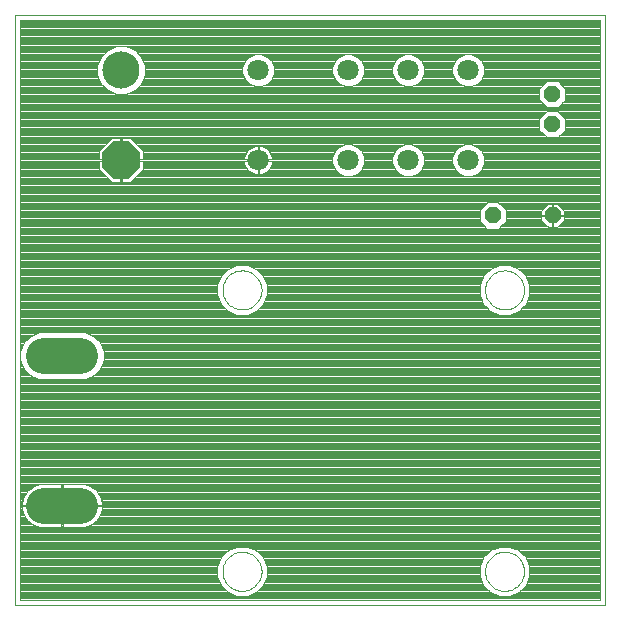
<source format=gbl>
G75*
G70*
%OFA0B0*%
%FSLAX24Y24*%
%IPPOS*%
%LPD*%
%AMOC8*
5,1,8,0,0,1.08239X$1,22.5*
%
%ADD10C,0.0000*%
%ADD11C,0.0709*%
%ADD12OC8,0.0520*%
%ADD13OC8,0.1240*%
%ADD14C,0.1240*%
%ADD15C,0.1210*%
%ADD16C,0.0039*%
D10*
X000121Y000504D02*
X000121Y020189D01*
X019806Y020189D01*
X019806Y000504D01*
X000121Y000504D01*
X007046Y001634D02*
X007048Y001684D01*
X007054Y001734D01*
X007064Y001784D01*
X007077Y001832D01*
X007094Y001880D01*
X007115Y001926D01*
X007139Y001970D01*
X007167Y002012D01*
X007198Y002052D01*
X007232Y002089D01*
X007269Y002124D01*
X007308Y002155D01*
X007349Y002184D01*
X007393Y002209D01*
X007439Y002231D01*
X007486Y002249D01*
X007534Y002263D01*
X007583Y002274D01*
X007633Y002281D01*
X007683Y002284D01*
X007734Y002283D01*
X007784Y002278D01*
X007834Y002269D01*
X007882Y002257D01*
X007930Y002240D01*
X007976Y002220D01*
X008021Y002197D01*
X008064Y002170D01*
X008104Y002140D01*
X008142Y002107D01*
X008177Y002071D01*
X008210Y002032D01*
X008239Y001991D01*
X008265Y001948D01*
X008288Y001903D01*
X008307Y001856D01*
X008322Y001808D01*
X008334Y001759D01*
X008342Y001709D01*
X008346Y001659D01*
X008346Y001609D01*
X008342Y001559D01*
X008334Y001509D01*
X008322Y001460D01*
X008307Y001412D01*
X008288Y001365D01*
X008265Y001320D01*
X008239Y001277D01*
X008210Y001236D01*
X008177Y001197D01*
X008142Y001161D01*
X008104Y001128D01*
X008064Y001098D01*
X008021Y001071D01*
X007976Y001048D01*
X007930Y001028D01*
X007882Y001011D01*
X007834Y000999D01*
X007784Y000990D01*
X007734Y000985D01*
X007683Y000984D01*
X007633Y000987D01*
X007583Y000994D01*
X007534Y001005D01*
X007486Y001019D01*
X007439Y001037D01*
X007393Y001059D01*
X007349Y001084D01*
X007308Y001113D01*
X007269Y001144D01*
X007232Y001179D01*
X007198Y001216D01*
X007167Y001256D01*
X007139Y001298D01*
X007115Y001342D01*
X007094Y001388D01*
X007077Y001436D01*
X007064Y001484D01*
X007054Y001534D01*
X007048Y001584D01*
X007046Y001634D01*
X015796Y001634D02*
X015798Y001684D01*
X015804Y001734D01*
X015814Y001784D01*
X015827Y001832D01*
X015844Y001880D01*
X015865Y001926D01*
X015889Y001970D01*
X015917Y002012D01*
X015948Y002052D01*
X015982Y002089D01*
X016019Y002124D01*
X016058Y002155D01*
X016099Y002184D01*
X016143Y002209D01*
X016189Y002231D01*
X016236Y002249D01*
X016284Y002263D01*
X016333Y002274D01*
X016383Y002281D01*
X016433Y002284D01*
X016484Y002283D01*
X016534Y002278D01*
X016584Y002269D01*
X016632Y002257D01*
X016680Y002240D01*
X016726Y002220D01*
X016771Y002197D01*
X016814Y002170D01*
X016854Y002140D01*
X016892Y002107D01*
X016927Y002071D01*
X016960Y002032D01*
X016989Y001991D01*
X017015Y001948D01*
X017038Y001903D01*
X017057Y001856D01*
X017072Y001808D01*
X017084Y001759D01*
X017092Y001709D01*
X017096Y001659D01*
X017096Y001609D01*
X017092Y001559D01*
X017084Y001509D01*
X017072Y001460D01*
X017057Y001412D01*
X017038Y001365D01*
X017015Y001320D01*
X016989Y001277D01*
X016960Y001236D01*
X016927Y001197D01*
X016892Y001161D01*
X016854Y001128D01*
X016814Y001098D01*
X016771Y001071D01*
X016726Y001048D01*
X016680Y001028D01*
X016632Y001011D01*
X016584Y000999D01*
X016534Y000990D01*
X016484Y000985D01*
X016433Y000984D01*
X016383Y000987D01*
X016333Y000994D01*
X016284Y001005D01*
X016236Y001019D01*
X016189Y001037D01*
X016143Y001059D01*
X016099Y001084D01*
X016058Y001113D01*
X016019Y001144D01*
X015982Y001179D01*
X015948Y001216D01*
X015917Y001256D01*
X015889Y001298D01*
X015865Y001342D01*
X015844Y001388D01*
X015827Y001436D01*
X015814Y001484D01*
X015804Y001534D01*
X015798Y001584D01*
X015796Y001634D01*
X015796Y011014D02*
X015798Y011064D01*
X015804Y011114D01*
X015814Y011164D01*
X015827Y011212D01*
X015844Y011260D01*
X015865Y011306D01*
X015889Y011350D01*
X015917Y011392D01*
X015948Y011432D01*
X015982Y011469D01*
X016019Y011504D01*
X016058Y011535D01*
X016099Y011564D01*
X016143Y011589D01*
X016189Y011611D01*
X016236Y011629D01*
X016284Y011643D01*
X016333Y011654D01*
X016383Y011661D01*
X016433Y011664D01*
X016484Y011663D01*
X016534Y011658D01*
X016584Y011649D01*
X016632Y011637D01*
X016680Y011620D01*
X016726Y011600D01*
X016771Y011577D01*
X016814Y011550D01*
X016854Y011520D01*
X016892Y011487D01*
X016927Y011451D01*
X016960Y011412D01*
X016989Y011371D01*
X017015Y011328D01*
X017038Y011283D01*
X017057Y011236D01*
X017072Y011188D01*
X017084Y011139D01*
X017092Y011089D01*
X017096Y011039D01*
X017096Y010989D01*
X017092Y010939D01*
X017084Y010889D01*
X017072Y010840D01*
X017057Y010792D01*
X017038Y010745D01*
X017015Y010700D01*
X016989Y010657D01*
X016960Y010616D01*
X016927Y010577D01*
X016892Y010541D01*
X016854Y010508D01*
X016814Y010478D01*
X016771Y010451D01*
X016726Y010428D01*
X016680Y010408D01*
X016632Y010391D01*
X016584Y010379D01*
X016534Y010370D01*
X016484Y010365D01*
X016433Y010364D01*
X016383Y010367D01*
X016333Y010374D01*
X016284Y010385D01*
X016236Y010399D01*
X016189Y010417D01*
X016143Y010439D01*
X016099Y010464D01*
X016058Y010493D01*
X016019Y010524D01*
X015982Y010559D01*
X015948Y010596D01*
X015917Y010636D01*
X015889Y010678D01*
X015865Y010722D01*
X015844Y010768D01*
X015827Y010816D01*
X015814Y010864D01*
X015804Y010914D01*
X015798Y010964D01*
X015796Y011014D01*
X007046Y011014D02*
X007048Y011064D01*
X007054Y011114D01*
X007064Y011164D01*
X007077Y011212D01*
X007094Y011260D01*
X007115Y011306D01*
X007139Y011350D01*
X007167Y011392D01*
X007198Y011432D01*
X007232Y011469D01*
X007269Y011504D01*
X007308Y011535D01*
X007349Y011564D01*
X007393Y011589D01*
X007439Y011611D01*
X007486Y011629D01*
X007534Y011643D01*
X007583Y011654D01*
X007633Y011661D01*
X007683Y011664D01*
X007734Y011663D01*
X007784Y011658D01*
X007834Y011649D01*
X007882Y011637D01*
X007930Y011620D01*
X007976Y011600D01*
X008021Y011577D01*
X008064Y011550D01*
X008104Y011520D01*
X008142Y011487D01*
X008177Y011451D01*
X008210Y011412D01*
X008239Y011371D01*
X008265Y011328D01*
X008288Y011283D01*
X008307Y011236D01*
X008322Y011188D01*
X008334Y011139D01*
X008342Y011089D01*
X008346Y011039D01*
X008346Y010989D01*
X008342Y010939D01*
X008334Y010889D01*
X008322Y010840D01*
X008307Y010792D01*
X008288Y010745D01*
X008265Y010700D01*
X008239Y010657D01*
X008210Y010616D01*
X008177Y010577D01*
X008142Y010541D01*
X008104Y010508D01*
X008064Y010478D01*
X008021Y010451D01*
X007976Y010428D01*
X007930Y010408D01*
X007882Y010391D01*
X007834Y010379D01*
X007784Y010370D01*
X007734Y010365D01*
X007683Y010364D01*
X007633Y010367D01*
X007583Y010374D01*
X007534Y010385D01*
X007486Y010399D01*
X007439Y010417D01*
X007393Y010439D01*
X007349Y010464D01*
X007308Y010493D01*
X007269Y010524D01*
X007232Y010559D01*
X007198Y010596D01*
X007167Y010636D01*
X007139Y010678D01*
X007115Y010722D01*
X007094Y010768D01*
X007077Y010816D01*
X007064Y010864D01*
X007054Y010914D01*
X007048Y010964D01*
X007046Y011014D01*
D11*
X008235Y015343D03*
X011235Y015343D03*
X013235Y015343D03*
X015235Y015343D03*
X015235Y018343D03*
X013235Y018343D03*
X011235Y018343D03*
X008235Y018343D03*
D12*
X016050Y013496D03*
X018050Y013496D03*
X018034Y016539D03*
X018034Y017539D03*
D13*
X003664Y015343D03*
D14*
X003664Y018343D03*
D15*
X002301Y008824D02*
X001091Y008824D01*
X001091Y003824D02*
X002301Y003824D01*
D16*
X001716Y003840D02*
X019629Y003840D01*
X019629Y003802D02*
X003025Y003802D01*
X003025Y003804D02*
X001716Y003804D01*
X001716Y003844D01*
X003025Y003844D01*
X003025Y003871D01*
X003013Y003966D01*
X002988Y004057D01*
X002952Y004145D01*
X002905Y004227D01*
X002847Y004303D01*
X002780Y004370D01*
X002704Y004428D01*
X002622Y004475D01*
X002534Y004512D01*
X002442Y004536D01*
X002348Y004549D01*
X001715Y004549D01*
X001715Y003844D01*
X001676Y003844D01*
X001676Y004549D01*
X001043Y004549D01*
X000949Y004536D01*
X000857Y004512D01*
X000770Y004475D01*
X000687Y004428D01*
X000612Y004370D01*
X000545Y004303D01*
X000487Y004227D01*
X000439Y004145D01*
X000403Y004057D01*
X000378Y003966D01*
X000366Y003871D01*
X000366Y003844D01*
X001676Y003844D01*
X001676Y003804D01*
X001715Y003804D01*
X001715Y003099D01*
X002348Y003099D01*
X002442Y003112D01*
X002534Y003136D01*
X002622Y003173D01*
X002704Y003220D01*
X002780Y003278D01*
X002847Y003345D01*
X002905Y003420D01*
X002952Y003503D01*
X002988Y003590D01*
X003013Y003682D01*
X003025Y003776D01*
X003025Y003804D01*
X003024Y003764D02*
X019629Y003764D01*
X019629Y003727D02*
X003019Y003727D01*
X003014Y003689D02*
X019629Y003689D01*
X019629Y003651D02*
X003005Y003651D01*
X002994Y003613D02*
X019629Y003613D01*
X019629Y003575D02*
X002982Y003575D01*
X002966Y003537D02*
X019629Y003537D01*
X019629Y003499D02*
X002950Y003499D01*
X002928Y003461D02*
X019629Y003461D01*
X019629Y003423D02*
X002906Y003423D01*
X002878Y003385D02*
X019629Y003385D01*
X019629Y003347D02*
X002849Y003347D01*
X002811Y003310D02*
X019629Y003310D01*
X019629Y003272D02*
X002771Y003272D01*
X002722Y003234D02*
X019629Y003234D01*
X019629Y003196D02*
X002662Y003196D01*
X002586Y003158D02*
X019629Y003158D01*
X019629Y003120D02*
X002473Y003120D01*
X001715Y003120D02*
X001676Y003120D01*
X001676Y003099D02*
X001676Y003804D01*
X000366Y003804D01*
X000366Y003776D01*
X000378Y003682D01*
X000403Y003590D01*
X000439Y003503D01*
X000487Y003420D01*
X000545Y003345D01*
X000612Y003278D01*
X000687Y003220D01*
X000770Y003173D01*
X000857Y003136D01*
X000949Y003112D01*
X001043Y003099D01*
X001676Y003099D01*
X001676Y003158D02*
X001715Y003158D01*
X001715Y003196D02*
X001676Y003196D01*
X001676Y003234D02*
X001715Y003234D01*
X001715Y003272D02*
X001676Y003272D01*
X001676Y003310D02*
X001715Y003310D01*
X001715Y003347D02*
X001676Y003347D01*
X001676Y003385D02*
X001715Y003385D01*
X001715Y003423D02*
X001676Y003423D01*
X001676Y003461D02*
X001715Y003461D01*
X001715Y003499D02*
X001676Y003499D01*
X001676Y003537D02*
X001715Y003537D01*
X001715Y003575D02*
X001676Y003575D01*
X001676Y003613D02*
X001715Y003613D01*
X001715Y003651D02*
X001676Y003651D01*
X001676Y003689D02*
X001715Y003689D01*
X001715Y003727D02*
X001676Y003727D01*
X001676Y003764D02*
X001715Y003764D01*
X001715Y003802D02*
X001676Y003802D01*
X001676Y003840D02*
X000298Y003840D01*
X000298Y003802D02*
X000366Y003802D01*
X000368Y003764D02*
X000298Y003764D01*
X000298Y003727D02*
X000373Y003727D01*
X000378Y003689D02*
X000298Y003689D01*
X000298Y003651D02*
X000387Y003651D01*
X000397Y003613D02*
X000298Y003613D01*
X000298Y003575D02*
X000409Y003575D01*
X000425Y003537D02*
X000298Y003537D01*
X000298Y003499D02*
X000441Y003499D01*
X000463Y003461D02*
X000298Y003461D01*
X000298Y003423D02*
X000485Y003423D01*
X000514Y003385D02*
X000298Y003385D01*
X000298Y003347D02*
X000543Y003347D01*
X000580Y003310D02*
X000298Y003310D01*
X000298Y003272D02*
X000620Y003272D01*
X000669Y003234D02*
X000298Y003234D01*
X000298Y003196D02*
X000729Y003196D01*
X000805Y003158D02*
X000298Y003158D01*
X000298Y003120D02*
X000918Y003120D01*
X000298Y003082D02*
X019629Y003082D01*
X019629Y003044D02*
X000298Y003044D01*
X000298Y003006D02*
X019629Y003006D01*
X019629Y002968D02*
X000298Y002968D01*
X000298Y002930D02*
X019629Y002930D01*
X019629Y002892D02*
X000298Y002892D01*
X000298Y002855D02*
X019629Y002855D01*
X019629Y002817D02*
X000298Y002817D01*
X000298Y002779D02*
X019629Y002779D01*
X019629Y002741D02*
X000298Y002741D01*
X000298Y002703D02*
X019629Y002703D01*
X019629Y002665D02*
X000298Y002665D01*
X000298Y002627D02*
X019629Y002627D01*
X019629Y002589D02*
X000298Y002589D01*
X000298Y002551D02*
X019629Y002551D01*
X019629Y002513D02*
X000298Y002513D01*
X000298Y002475D02*
X019629Y002475D01*
X019629Y002438D02*
X016667Y002438D01*
X016610Y002461D02*
X016281Y002461D01*
X015977Y002335D01*
X015744Y002102D01*
X015619Y001798D01*
X015619Y001469D01*
X015744Y001165D01*
X015977Y000933D01*
X016281Y000807D01*
X016610Y000807D01*
X016914Y000933D01*
X017147Y001165D01*
X017273Y001469D01*
X017273Y001798D01*
X017147Y002102D01*
X016914Y002335D01*
X016610Y002461D01*
X016759Y002400D02*
X019629Y002400D01*
X019629Y002362D02*
X016850Y002362D01*
X016926Y002324D02*
X019629Y002324D01*
X019629Y002286D02*
X016964Y002286D01*
X017001Y002248D02*
X019629Y002248D01*
X019629Y002210D02*
X017039Y002210D01*
X017077Y002172D02*
X019629Y002172D01*
X019629Y002134D02*
X017115Y002134D01*
X017150Y002096D02*
X019629Y002096D01*
X019629Y002058D02*
X017165Y002058D01*
X017181Y002020D02*
X019629Y002020D01*
X019629Y001983D02*
X017197Y001983D01*
X017212Y001945D02*
X019629Y001945D01*
X019629Y001907D02*
X017228Y001907D01*
X017244Y001869D02*
X019629Y001869D01*
X019629Y001831D02*
X017259Y001831D01*
X017273Y001793D02*
X019629Y001793D01*
X019629Y001755D02*
X017273Y001755D01*
X017273Y001717D02*
X019629Y001717D01*
X019629Y001679D02*
X017273Y001679D01*
X017273Y001641D02*
X019629Y001641D01*
X019629Y001603D02*
X017273Y001603D01*
X017273Y001566D02*
X019629Y001566D01*
X019629Y001528D02*
X017273Y001528D01*
X017273Y001490D02*
X019629Y001490D01*
X019629Y001452D02*
X017266Y001452D01*
X017250Y001414D02*
X019629Y001414D01*
X019629Y001376D02*
X017234Y001376D01*
X017218Y001338D02*
X019629Y001338D01*
X019629Y001300D02*
X017203Y001300D01*
X017187Y001262D02*
X019629Y001262D01*
X019629Y001224D02*
X017171Y001224D01*
X017156Y001186D02*
X019629Y001186D01*
X019629Y001148D02*
X017130Y001148D01*
X017092Y001111D02*
X019629Y001111D01*
X019629Y001073D02*
X017054Y001073D01*
X017016Y001035D02*
X019629Y001035D01*
X019629Y000997D02*
X016978Y000997D01*
X016941Y000959D02*
X019629Y000959D01*
X019629Y000921D02*
X016886Y000921D01*
X016794Y000883D02*
X019629Y000883D01*
X019629Y000845D02*
X016703Y000845D01*
X016611Y000807D02*
X019629Y000807D01*
X019629Y000769D02*
X000298Y000769D01*
X000298Y000731D02*
X019629Y000731D01*
X019629Y000694D02*
X000298Y000694D01*
X000298Y000681D02*
X000298Y020012D01*
X019629Y020012D01*
X019629Y000681D01*
X000298Y000681D01*
X000298Y000807D02*
X007530Y000807D01*
X007531Y000807D02*
X007860Y000807D01*
X008164Y000933D01*
X008397Y001165D01*
X008523Y001469D01*
X008523Y001798D01*
X008397Y002102D01*
X008164Y002335D01*
X007860Y002461D01*
X007531Y002461D01*
X007227Y002335D01*
X006994Y002102D01*
X006869Y001798D01*
X006869Y001469D01*
X006994Y001165D01*
X007227Y000933D01*
X007531Y000807D01*
X007438Y000845D02*
X000298Y000845D01*
X000298Y000883D02*
X007347Y000883D01*
X007255Y000921D02*
X000298Y000921D01*
X000298Y000959D02*
X007201Y000959D01*
X007163Y000997D02*
X000298Y000997D01*
X000298Y001035D02*
X007125Y001035D01*
X007087Y001073D02*
X000298Y001073D01*
X000298Y001111D02*
X007049Y001111D01*
X007011Y001148D02*
X000298Y001148D01*
X000298Y001186D02*
X006986Y001186D01*
X006970Y001224D02*
X000298Y001224D01*
X000298Y001262D02*
X006954Y001262D01*
X006939Y001300D02*
X000298Y001300D01*
X000298Y001338D02*
X006923Y001338D01*
X006907Y001376D02*
X000298Y001376D01*
X000298Y001414D02*
X006892Y001414D01*
X006876Y001452D02*
X000298Y001452D01*
X000298Y001490D02*
X006869Y001490D01*
X006869Y001528D02*
X000298Y001528D01*
X000298Y001566D02*
X006869Y001566D01*
X006869Y001603D02*
X000298Y001603D01*
X000298Y001641D02*
X006869Y001641D01*
X006869Y001679D02*
X000298Y001679D01*
X000298Y001717D02*
X006869Y001717D01*
X006869Y001755D02*
X000298Y001755D01*
X000298Y001793D02*
X006869Y001793D01*
X006882Y001831D02*
X000298Y001831D01*
X000298Y001869D02*
X006898Y001869D01*
X006913Y001907D02*
X000298Y001907D01*
X000298Y001945D02*
X006929Y001945D01*
X006945Y001983D02*
X000298Y001983D01*
X000298Y002020D02*
X006961Y002020D01*
X006976Y002058D02*
X000298Y002058D01*
X000298Y002096D02*
X006992Y002096D01*
X007026Y002134D02*
X000298Y002134D01*
X000298Y002172D02*
X007064Y002172D01*
X007102Y002210D02*
X000298Y002210D01*
X000298Y002248D02*
X007140Y002248D01*
X007178Y002286D02*
X000298Y002286D01*
X000298Y002324D02*
X007216Y002324D01*
X007291Y002362D02*
X000298Y002362D01*
X000298Y002400D02*
X007383Y002400D01*
X007474Y002438D02*
X000298Y002438D01*
X000298Y003878D02*
X000367Y003878D01*
X000372Y003916D02*
X000298Y003916D01*
X000298Y003954D02*
X000377Y003954D01*
X000386Y003992D02*
X000298Y003992D01*
X000298Y004030D02*
X000396Y004030D01*
X000407Y004068D02*
X000298Y004068D01*
X000298Y004106D02*
X000423Y004106D01*
X000439Y004144D02*
X000298Y004144D01*
X000298Y004182D02*
X000460Y004182D01*
X000482Y004219D02*
X000298Y004219D01*
X000298Y004257D02*
X000510Y004257D01*
X000539Y004295D02*
X000298Y004295D01*
X000298Y004333D02*
X000575Y004333D01*
X000613Y004371D02*
X000298Y004371D01*
X000298Y004409D02*
X000663Y004409D01*
X000720Y004447D02*
X000298Y004447D01*
X000298Y004485D02*
X000793Y004485D01*
X000899Y004523D02*
X000298Y004523D01*
X000298Y004561D02*
X019629Y004561D01*
X019629Y004599D02*
X000298Y004599D01*
X000298Y004636D02*
X019629Y004636D01*
X019629Y004674D02*
X000298Y004674D01*
X000298Y004712D02*
X019629Y004712D01*
X019629Y004750D02*
X000298Y004750D01*
X000298Y004788D02*
X019629Y004788D01*
X019629Y004826D02*
X000298Y004826D01*
X000298Y004864D02*
X019629Y004864D01*
X019629Y004902D02*
X000298Y004902D01*
X000298Y004940D02*
X019629Y004940D01*
X019629Y004978D02*
X000298Y004978D01*
X000298Y005016D02*
X019629Y005016D01*
X019629Y005054D02*
X000298Y005054D01*
X000298Y005091D02*
X019629Y005091D01*
X019629Y005129D02*
X000298Y005129D01*
X000298Y005167D02*
X019629Y005167D01*
X019629Y005205D02*
X000298Y005205D01*
X000298Y005243D02*
X019629Y005243D01*
X019629Y005281D02*
X000298Y005281D01*
X000298Y005319D02*
X019629Y005319D01*
X019629Y005357D02*
X000298Y005357D01*
X000298Y005395D02*
X019629Y005395D01*
X019629Y005433D02*
X000298Y005433D01*
X000298Y005471D02*
X019629Y005471D01*
X019629Y005509D02*
X000298Y005509D01*
X000298Y005546D02*
X019629Y005546D01*
X019629Y005584D02*
X000298Y005584D01*
X000298Y005622D02*
X019629Y005622D01*
X019629Y005660D02*
X000298Y005660D01*
X000298Y005698D02*
X019629Y005698D01*
X019629Y005736D02*
X000298Y005736D01*
X000298Y005774D02*
X019629Y005774D01*
X019629Y005812D02*
X000298Y005812D01*
X000298Y005850D02*
X019629Y005850D01*
X019629Y005888D02*
X000298Y005888D01*
X000298Y005926D02*
X019629Y005926D01*
X019629Y005963D02*
X000298Y005963D01*
X000298Y006001D02*
X019629Y006001D01*
X019629Y006039D02*
X000298Y006039D01*
X000298Y006077D02*
X019629Y006077D01*
X019629Y006115D02*
X000298Y006115D01*
X000298Y006153D02*
X019629Y006153D01*
X019629Y006191D02*
X000298Y006191D01*
X000298Y006229D02*
X019629Y006229D01*
X019629Y006267D02*
X000298Y006267D01*
X000298Y006305D02*
X019629Y006305D01*
X019629Y006343D02*
X000298Y006343D01*
X000298Y006381D02*
X019629Y006381D01*
X019629Y006418D02*
X000298Y006418D01*
X000298Y006456D02*
X019629Y006456D01*
X019629Y006494D02*
X000298Y006494D01*
X000298Y006532D02*
X019629Y006532D01*
X019629Y006570D02*
X000298Y006570D01*
X000298Y006608D02*
X019629Y006608D01*
X019629Y006646D02*
X000298Y006646D01*
X000298Y006684D02*
X019629Y006684D01*
X019629Y006722D02*
X000298Y006722D01*
X000298Y006760D02*
X019629Y006760D01*
X019629Y006798D02*
X000298Y006798D01*
X000298Y006835D02*
X019629Y006835D01*
X019629Y006873D02*
X000298Y006873D01*
X000298Y006911D02*
X019629Y006911D01*
X019629Y006949D02*
X000298Y006949D01*
X000298Y006987D02*
X019629Y006987D01*
X019629Y007025D02*
X000298Y007025D01*
X000298Y007063D02*
X019629Y007063D01*
X019629Y007101D02*
X000298Y007101D01*
X000298Y007139D02*
X019629Y007139D01*
X019629Y007177D02*
X000298Y007177D01*
X000298Y007215D02*
X019629Y007215D01*
X019629Y007253D02*
X000298Y007253D01*
X000298Y007290D02*
X019629Y007290D01*
X019629Y007328D02*
X000298Y007328D01*
X000298Y007366D02*
X019629Y007366D01*
X019629Y007404D02*
X000298Y007404D01*
X000298Y007442D02*
X019629Y007442D01*
X019629Y007480D02*
X000298Y007480D01*
X000298Y007518D02*
X019629Y007518D01*
X019629Y007556D02*
X000298Y007556D01*
X000298Y007594D02*
X019629Y007594D01*
X019629Y007632D02*
X000298Y007632D01*
X000298Y007670D02*
X019629Y007670D01*
X019629Y007707D02*
X000298Y007707D01*
X000298Y007745D02*
X019629Y007745D01*
X019629Y007783D02*
X000298Y007783D01*
X000298Y007821D02*
X019629Y007821D01*
X019629Y007859D02*
X000298Y007859D01*
X000298Y007897D02*
X019629Y007897D01*
X019629Y007935D02*
X000298Y007935D01*
X000298Y007973D02*
X019629Y007973D01*
X019629Y008011D02*
X000298Y008011D01*
X000298Y008049D02*
X000918Y008049D01*
X000935Y008042D02*
X000648Y008161D01*
X000428Y008381D01*
X000309Y008668D01*
X000309Y008980D01*
X000428Y009267D01*
X000648Y009487D01*
X000935Y009606D01*
X002456Y009606D01*
X002744Y009487D01*
X002964Y009267D01*
X003083Y008980D01*
X003083Y008668D01*
X002964Y008381D01*
X002744Y008161D01*
X002456Y008042D01*
X000935Y008042D01*
X000827Y008087D02*
X000298Y008087D01*
X000298Y008125D02*
X000735Y008125D01*
X000646Y008162D02*
X000298Y008162D01*
X000298Y008200D02*
X000608Y008200D01*
X000570Y008238D02*
X000298Y008238D01*
X000298Y008276D02*
X000532Y008276D01*
X000494Y008314D02*
X000298Y008314D01*
X000298Y008352D02*
X000456Y008352D01*
X000424Y008390D02*
X000298Y008390D01*
X000298Y008428D02*
X000408Y008428D01*
X000392Y008466D02*
X000298Y008466D01*
X000298Y008504D02*
X000377Y008504D01*
X000361Y008542D02*
X000298Y008542D01*
X000298Y008579D02*
X000345Y008579D01*
X000330Y008617D02*
X000298Y008617D01*
X000298Y008655D02*
X000314Y008655D01*
X000309Y008693D02*
X000298Y008693D01*
X000298Y008731D02*
X000309Y008731D01*
X000309Y008769D02*
X000298Y008769D01*
X000298Y008807D02*
X000309Y008807D01*
X000309Y008845D02*
X000298Y008845D01*
X000298Y008883D02*
X000309Y008883D01*
X000309Y008921D02*
X000298Y008921D01*
X000298Y008959D02*
X000309Y008959D01*
X000316Y008997D02*
X000298Y008997D01*
X000298Y009034D02*
X000331Y009034D01*
X000347Y009072D02*
X000298Y009072D01*
X000298Y009110D02*
X000363Y009110D01*
X000378Y009148D02*
X000298Y009148D01*
X000298Y009186D02*
X000394Y009186D01*
X000410Y009224D02*
X000298Y009224D01*
X000298Y009262D02*
X000426Y009262D01*
X000461Y009300D02*
X000298Y009300D01*
X000298Y009338D02*
X000498Y009338D01*
X000536Y009376D02*
X000298Y009376D01*
X000298Y009414D02*
X000574Y009414D01*
X000612Y009451D02*
X000298Y009451D01*
X000298Y009489D02*
X000654Y009489D01*
X000745Y009527D02*
X000298Y009527D01*
X000298Y009565D02*
X000837Y009565D01*
X000928Y009603D02*
X000298Y009603D01*
X000298Y009641D02*
X019629Y009641D01*
X019629Y009603D02*
X002463Y009603D01*
X002555Y009565D02*
X019629Y009565D01*
X019629Y009527D02*
X002646Y009527D01*
X002738Y009489D02*
X019629Y009489D01*
X019629Y009451D02*
X002779Y009451D01*
X002817Y009414D02*
X019629Y009414D01*
X019629Y009376D02*
X002855Y009376D01*
X002893Y009338D02*
X019629Y009338D01*
X019629Y009300D02*
X002931Y009300D01*
X002966Y009262D02*
X019629Y009262D01*
X019629Y009224D02*
X002982Y009224D01*
X002997Y009186D02*
X019629Y009186D01*
X019629Y009148D02*
X003013Y009148D01*
X003029Y009110D02*
X019629Y009110D01*
X019629Y009072D02*
X003044Y009072D01*
X003060Y009034D02*
X019629Y009034D01*
X019629Y008997D02*
X003076Y008997D01*
X003083Y008959D02*
X019629Y008959D01*
X019629Y008921D02*
X003083Y008921D01*
X003083Y008883D02*
X019629Y008883D01*
X019629Y008845D02*
X003083Y008845D01*
X003083Y008807D02*
X019629Y008807D01*
X019629Y008769D02*
X003083Y008769D01*
X003083Y008731D02*
X019629Y008731D01*
X019629Y008693D02*
X003083Y008693D01*
X003077Y008655D02*
X019629Y008655D01*
X019629Y008617D02*
X003062Y008617D01*
X003046Y008579D02*
X019629Y008579D01*
X019629Y008542D02*
X003030Y008542D01*
X003015Y008504D02*
X019629Y008504D01*
X019629Y008466D02*
X002999Y008466D01*
X002983Y008428D02*
X019629Y008428D01*
X019629Y008390D02*
X002968Y008390D01*
X002935Y008352D02*
X019629Y008352D01*
X019629Y008314D02*
X002897Y008314D01*
X002859Y008276D02*
X019629Y008276D01*
X019629Y008238D02*
X002821Y008238D01*
X002783Y008200D02*
X019629Y008200D01*
X019629Y008162D02*
X002745Y008162D01*
X002656Y008125D02*
X019629Y008125D01*
X019629Y008087D02*
X002565Y008087D01*
X002473Y008049D02*
X019629Y008049D01*
X019629Y009679D02*
X000298Y009679D01*
X000298Y009717D02*
X019629Y009717D01*
X019629Y009755D02*
X000298Y009755D01*
X000298Y009793D02*
X019629Y009793D01*
X019629Y009831D02*
X000298Y009831D01*
X000298Y009869D02*
X019629Y009869D01*
X019629Y009906D02*
X000298Y009906D01*
X000298Y009944D02*
X019629Y009944D01*
X019629Y009982D02*
X000298Y009982D01*
X000298Y010020D02*
X019629Y010020D01*
X019629Y010058D02*
X000298Y010058D01*
X000298Y010096D02*
X019629Y010096D01*
X019629Y010134D02*
X000298Y010134D01*
X000298Y010172D02*
X019629Y010172D01*
X019629Y010210D02*
X016666Y010210D01*
X016610Y010187D02*
X016914Y010313D01*
X017147Y010545D01*
X017273Y010849D01*
X017273Y011178D01*
X017147Y011482D01*
X016914Y011715D01*
X016610Y011841D01*
X016281Y011841D01*
X015977Y011715D01*
X015744Y011482D01*
X015619Y011178D01*
X015619Y010849D01*
X015744Y010545D01*
X015977Y010313D01*
X016281Y010187D01*
X016610Y010187D01*
X016757Y010248D02*
X019629Y010248D01*
X019629Y010286D02*
X016849Y010286D01*
X016925Y010324D02*
X019629Y010324D01*
X019629Y010361D02*
X016963Y010361D01*
X017001Y010399D02*
X019629Y010399D01*
X019629Y010437D02*
X017039Y010437D01*
X017077Y010475D02*
X019629Y010475D01*
X019629Y010513D02*
X017115Y010513D01*
X017149Y010551D02*
X019629Y010551D01*
X019629Y010589D02*
X017165Y010589D01*
X017181Y010627D02*
X019629Y010627D01*
X019629Y010665D02*
X017196Y010665D01*
X017212Y010703D02*
X019629Y010703D01*
X019629Y010741D02*
X017228Y010741D01*
X017244Y010778D02*
X019629Y010778D01*
X019629Y010816D02*
X017259Y010816D01*
X017273Y010854D02*
X019629Y010854D01*
X019629Y010892D02*
X017273Y010892D01*
X017273Y010930D02*
X019629Y010930D01*
X019629Y010968D02*
X017273Y010968D01*
X017273Y011006D02*
X019629Y011006D01*
X019629Y011044D02*
X017273Y011044D01*
X017273Y011082D02*
X019629Y011082D01*
X019629Y011120D02*
X017273Y011120D01*
X017273Y011158D02*
X019629Y011158D01*
X019629Y011196D02*
X017266Y011196D01*
X017250Y011233D02*
X019629Y011233D01*
X019629Y011271D02*
X017234Y011271D01*
X017219Y011309D02*
X019629Y011309D01*
X019629Y011347D02*
X017203Y011347D01*
X017187Y011385D02*
X019629Y011385D01*
X019629Y011423D02*
X017172Y011423D01*
X017156Y011461D02*
X019629Y011461D01*
X019629Y011499D02*
X017131Y011499D01*
X017093Y011537D02*
X019629Y011537D01*
X019629Y011575D02*
X017055Y011575D01*
X017017Y011613D02*
X019629Y011613D01*
X019629Y011650D02*
X016979Y011650D01*
X016941Y011688D02*
X019629Y011688D01*
X019629Y011726D02*
X016887Y011726D01*
X016796Y011764D02*
X019629Y011764D01*
X019629Y011802D02*
X016704Y011802D01*
X016613Y011840D02*
X019629Y011840D01*
X019629Y011878D02*
X000298Y011878D01*
X000298Y011916D02*
X019629Y011916D01*
X019629Y011954D02*
X000298Y011954D01*
X000298Y011992D02*
X019629Y011992D01*
X019629Y012030D02*
X000298Y012030D01*
X000298Y012068D02*
X019629Y012068D01*
X019629Y012105D02*
X000298Y012105D01*
X000298Y012143D02*
X019629Y012143D01*
X019629Y012181D02*
X000298Y012181D01*
X000298Y012219D02*
X019629Y012219D01*
X019629Y012257D02*
X000298Y012257D01*
X000298Y012295D02*
X019629Y012295D01*
X019629Y012333D02*
X000298Y012333D01*
X000298Y012371D02*
X019629Y012371D01*
X019629Y012409D02*
X000298Y012409D01*
X000298Y012447D02*
X019629Y012447D01*
X019629Y012485D02*
X000298Y012485D01*
X000298Y012522D02*
X019629Y012522D01*
X019629Y012560D02*
X000298Y012560D01*
X000298Y012598D02*
X019629Y012598D01*
X019629Y012636D02*
X000298Y012636D01*
X000298Y012674D02*
X019629Y012674D01*
X019629Y012712D02*
X000298Y012712D01*
X000298Y012750D02*
X019629Y012750D01*
X019629Y012788D02*
X000298Y012788D01*
X000298Y012826D02*
X019629Y012826D01*
X019629Y012864D02*
X000298Y012864D01*
X000298Y012902D02*
X019629Y012902D01*
X019629Y012940D02*
X000298Y012940D01*
X000298Y012977D02*
X019629Y012977D01*
X019629Y013015D02*
X000298Y013015D01*
X000298Y013053D02*
X019629Y013053D01*
X019629Y013091D02*
X016263Y013091D01*
X016231Y013059D02*
X016487Y013315D01*
X016487Y013677D01*
X016231Y013933D01*
X015869Y013933D01*
X015613Y013677D01*
X015613Y013315D01*
X015869Y013059D01*
X016231Y013059D01*
X016301Y013129D02*
X017880Y013129D01*
X017893Y013116D02*
X018030Y013116D01*
X018030Y013476D01*
X018070Y013476D01*
X018070Y013116D01*
X018207Y013116D01*
X018430Y013339D01*
X018430Y013476D01*
X018070Y013476D01*
X018070Y013516D01*
X018430Y013516D01*
X018430Y013653D01*
X018207Y013876D01*
X018070Y013876D01*
X018070Y013516D01*
X018030Y013516D01*
X018030Y013476D01*
X017670Y013476D01*
X017670Y013339D01*
X017893Y013116D01*
X017842Y013167D02*
X016339Y013167D01*
X016377Y013205D02*
X017804Y013205D01*
X017766Y013243D02*
X016415Y013243D01*
X016453Y013281D02*
X017728Y013281D01*
X017691Y013319D02*
X016487Y013319D01*
X016487Y013357D02*
X017670Y013357D01*
X017670Y013394D02*
X016487Y013394D01*
X016487Y013432D02*
X017670Y013432D01*
X017670Y013470D02*
X016487Y013470D01*
X016487Y013508D02*
X018030Y013508D01*
X018030Y013516D02*
X017670Y013516D01*
X017670Y013653D01*
X017893Y013876D01*
X018030Y013876D01*
X018030Y013516D01*
X018030Y013546D02*
X018070Y013546D01*
X018070Y013508D02*
X019629Y013508D01*
X019629Y013470D02*
X018430Y013470D01*
X018430Y013432D02*
X019629Y013432D01*
X019629Y013394D02*
X018430Y013394D01*
X018430Y013357D02*
X019629Y013357D01*
X019629Y013319D02*
X018410Y013319D01*
X018372Y013281D02*
X019629Y013281D01*
X019629Y013243D02*
X018334Y013243D01*
X018296Y013205D02*
X019629Y013205D01*
X019629Y013167D02*
X018258Y013167D01*
X018220Y013129D02*
X019629Y013129D01*
X019629Y013546D02*
X018430Y013546D01*
X018430Y013584D02*
X019629Y013584D01*
X019629Y013622D02*
X018430Y013622D01*
X018423Y013660D02*
X019629Y013660D01*
X019629Y013698D02*
X018385Y013698D01*
X018347Y013736D02*
X019629Y013736D01*
X019629Y013774D02*
X018309Y013774D01*
X018271Y013812D02*
X019629Y013812D01*
X019629Y013849D02*
X018234Y013849D01*
X018070Y013849D02*
X018030Y013849D01*
X018030Y013812D02*
X018070Y013812D01*
X018070Y013774D02*
X018030Y013774D01*
X018030Y013736D02*
X018070Y013736D01*
X018070Y013698D02*
X018030Y013698D01*
X018030Y013660D02*
X018070Y013660D01*
X018070Y013622D02*
X018030Y013622D01*
X018030Y013584D02*
X018070Y013584D01*
X018070Y013470D02*
X018030Y013470D01*
X018030Y013432D02*
X018070Y013432D01*
X018070Y013394D02*
X018030Y013394D01*
X018030Y013357D02*
X018070Y013357D01*
X018070Y013319D02*
X018030Y013319D01*
X018030Y013281D02*
X018070Y013281D01*
X018070Y013243D02*
X018030Y013243D01*
X018030Y013205D02*
X018070Y013205D01*
X018070Y013167D02*
X018030Y013167D01*
X018030Y013129D02*
X018070Y013129D01*
X017670Y013546D02*
X016487Y013546D01*
X016487Y013584D02*
X017670Y013584D01*
X017670Y013622D02*
X016487Y013622D01*
X016487Y013660D02*
X017677Y013660D01*
X017715Y013698D02*
X016467Y013698D01*
X016429Y013736D02*
X017753Y013736D01*
X017791Y013774D02*
X016391Y013774D01*
X016353Y013812D02*
X017829Y013812D01*
X017867Y013849D02*
X016315Y013849D01*
X016277Y013887D02*
X019629Y013887D01*
X019629Y013925D02*
X016239Y013925D01*
X015861Y013925D02*
X000298Y013925D01*
X000298Y013887D02*
X015823Y013887D01*
X015785Y013849D02*
X000298Y013849D01*
X000298Y013812D02*
X015747Y013812D01*
X015709Y013774D02*
X000298Y013774D01*
X000298Y013736D02*
X015671Y013736D01*
X015634Y013698D02*
X000298Y013698D01*
X000298Y013660D02*
X015613Y013660D01*
X015613Y013622D02*
X000298Y013622D01*
X000298Y013584D02*
X015613Y013584D01*
X015613Y013546D02*
X000298Y013546D01*
X000298Y013508D02*
X015613Y013508D01*
X015613Y013470D02*
X000298Y013470D01*
X000298Y013432D02*
X015613Y013432D01*
X015613Y013394D02*
X000298Y013394D01*
X000298Y013357D02*
X015613Y013357D01*
X015613Y013319D02*
X000298Y013319D01*
X000298Y013281D02*
X015647Y013281D01*
X015685Y013243D02*
X000298Y013243D01*
X000298Y013205D02*
X015723Y013205D01*
X015761Y013167D02*
X000298Y013167D01*
X000298Y013129D02*
X015799Y013129D01*
X015837Y013091D02*
X000298Y013091D01*
X000298Y013963D02*
X019629Y013963D01*
X019629Y014001D02*
X000298Y014001D01*
X000298Y014039D02*
X019629Y014039D01*
X019629Y014077D02*
X000298Y014077D01*
X000298Y014115D02*
X019629Y014115D01*
X019629Y014153D02*
X000298Y014153D01*
X000298Y014191D02*
X019629Y014191D01*
X019629Y014229D02*
X000298Y014229D01*
X000298Y014266D02*
X019629Y014266D01*
X019629Y014304D02*
X000298Y014304D01*
X000298Y014342D02*
X019629Y014342D01*
X019629Y014380D02*
X000298Y014380D01*
X000298Y014418D02*
X019629Y014418D01*
X019629Y014456D02*
X000298Y014456D01*
X000298Y014494D02*
X019629Y014494D01*
X019629Y014532D02*
X000298Y014532D01*
X000298Y014570D02*
X019629Y014570D01*
X019629Y014608D02*
X003975Y014608D01*
X003971Y014603D02*
X004404Y015036D01*
X004404Y015323D01*
X003684Y015323D01*
X003684Y015362D01*
X004404Y015362D01*
X004404Y015649D01*
X003971Y016082D01*
X003684Y016082D01*
X003684Y015362D01*
X003645Y015362D01*
X003645Y016082D01*
X003358Y016082D01*
X002925Y015649D01*
X002925Y015362D01*
X003644Y015362D01*
X003644Y015323D01*
X002925Y015323D01*
X002925Y015036D01*
X003358Y014603D01*
X003645Y014603D01*
X003645Y015323D01*
X003684Y015323D01*
X003684Y014603D01*
X003971Y014603D01*
X004013Y014646D02*
X019629Y014646D01*
X019629Y014684D02*
X004051Y014684D01*
X004089Y014721D02*
X019629Y014721D01*
X019629Y014759D02*
X004127Y014759D01*
X004165Y014797D02*
X019629Y014797D01*
X019629Y014835D02*
X015399Y014835D01*
X015341Y014811D02*
X015536Y014892D01*
X015686Y015041D01*
X015767Y015237D01*
X015767Y015448D01*
X015686Y015644D01*
X015536Y015793D01*
X015341Y015874D01*
X015129Y015874D01*
X014934Y015793D01*
X014785Y015644D01*
X014704Y015448D01*
X014704Y015237D01*
X014785Y015041D01*
X014934Y014892D01*
X015129Y014811D01*
X015341Y014811D01*
X015491Y014873D02*
X019629Y014873D01*
X019629Y014911D02*
X015555Y014911D01*
X015593Y014949D02*
X019629Y014949D01*
X019629Y014987D02*
X015631Y014987D01*
X015669Y015025D02*
X019629Y015025D01*
X019629Y015063D02*
X015694Y015063D01*
X015710Y015101D02*
X019629Y015101D01*
X019629Y015139D02*
X015726Y015139D01*
X015742Y015176D02*
X019629Y015176D01*
X019629Y015214D02*
X015757Y015214D01*
X015767Y015252D02*
X019629Y015252D01*
X019629Y015290D02*
X015767Y015290D01*
X015767Y015328D02*
X019629Y015328D01*
X019629Y015366D02*
X015767Y015366D01*
X015767Y015404D02*
X019629Y015404D01*
X019629Y015442D02*
X015767Y015442D01*
X015754Y015480D02*
X019629Y015480D01*
X019629Y015518D02*
X015738Y015518D01*
X015722Y015556D02*
X019629Y015556D01*
X019629Y015593D02*
X015706Y015593D01*
X015691Y015631D02*
X019629Y015631D01*
X019629Y015669D02*
X015660Y015669D01*
X015622Y015707D02*
X019629Y015707D01*
X019629Y015745D02*
X015584Y015745D01*
X015546Y015783D02*
X019629Y015783D01*
X019629Y015821D02*
X015469Y015821D01*
X015377Y015859D02*
X019629Y015859D01*
X019629Y015897D02*
X004156Y015897D01*
X004118Y015935D02*
X019629Y015935D01*
X019629Y015973D02*
X004080Y015973D01*
X004042Y016011D02*
X019629Y016011D01*
X019629Y016048D02*
X004004Y016048D01*
X004194Y015859D02*
X011093Y015859D01*
X011129Y015874D02*
X010934Y015793D01*
X010785Y015644D01*
X010704Y015448D01*
X010704Y015237D01*
X010785Y015041D01*
X010934Y014892D01*
X011129Y014811D01*
X011341Y014811D01*
X011536Y014892D01*
X011686Y015041D01*
X011767Y015237D01*
X011767Y015448D01*
X011686Y015644D01*
X011536Y015793D01*
X011341Y015874D01*
X011129Y015874D01*
X011001Y015821D02*
X004232Y015821D01*
X004270Y015783D02*
X008057Y015783D01*
X008053Y015782D02*
X007987Y015748D01*
X007926Y015704D01*
X007874Y015651D01*
X007830Y015591D01*
X007796Y015524D01*
X007773Y015454D01*
X007761Y015380D01*
X007761Y015362D01*
X008215Y015362D01*
X008215Y015323D01*
X007761Y015323D01*
X007761Y015305D01*
X007773Y015231D01*
X007796Y015161D01*
X007830Y015094D01*
X007874Y015034D01*
X007926Y014981D01*
X007987Y014937D01*
X008053Y014903D01*
X008124Y014880D01*
X008198Y014869D01*
X008215Y014869D01*
X008215Y015323D01*
X008255Y015323D01*
X008255Y015362D01*
X008709Y015362D01*
X008709Y015380D01*
X008697Y015454D01*
X008674Y015524D01*
X008641Y015591D01*
X008597Y015651D01*
X008544Y015704D01*
X008484Y015748D01*
X008417Y015782D01*
X008346Y015805D01*
X008272Y015816D01*
X008255Y015816D01*
X008255Y015362D01*
X008215Y015362D01*
X008215Y015816D01*
X008198Y015816D01*
X008124Y015805D01*
X008053Y015782D01*
X007983Y015745D02*
X004308Y015745D01*
X004346Y015707D02*
X007931Y015707D01*
X007892Y015669D02*
X004383Y015669D01*
X004404Y015631D02*
X007859Y015631D01*
X007832Y015593D02*
X004404Y015593D01*
X004404Y015556D02*
X007812Y015556D01*
X007794Y015518D02*
X004404Y015518D01*
X004404Y015480D02*
X007781Y015480D01*
X007771Y015442D02*
X004404Y015442D01*
X004404Y015404D02*
X007765Y015404D01*
X007761Y015366D02*
X004404Y015366D01*
X004404Y015290D02*
X007763Y015290D01*
X007769Y015252D02*
X004404Y015252D01*
X004404Y015214D02*
X007778Y015214D01*
X007791Y015176D02*
X004404Y015176D01*
X004404Y015139D02*
X007807Y015139D01*
X007826Y015101D02*
X004404Y015101D01*
X004404Y015063D02*
X007852Y015063D01*
X007882Y015025D02*
X004393Y015025D01*
X004355Y014987D02*
X007920Y014987D01*
X007970Y014949D02*
X004317Y014949D01*
X004279Y014911D02*
X008038Y014911D01*
X008169Y014873D02*
X004241Y014873D01*
X004203Y014835D02*
X011071Y014835D01*
X010979Y014873D02*
X008301Y014873D01*
X008272Y014869D02*
X008346Y014880D01*
X008417Y014903D01*
X008484Y014937D01*
X008544Y014981D01*
X008597Y015034D01*
X008641Y015094D01*
X008674Y015161D01*
X008697Y015231D01*
X008709Y015305D01*
X008709Y015323D01*
X008255Y015323D01*
X008255Y014869D01*
X008272Y014869D01*
X008255Y014873D02*
X008215Y014873D01*
X008215Y014911D02*
X008255Y014911D01*
X008255Y014949D02*
X008215Y014949D01*
X008215Y014987D02*
X008255Y014987D01*
X008255Y015025D02*
X008215Y015025D01*
X008215Y015063D02*
X008255Y015063D01*
X008255Y015101D02*
X008215Y015101D01*
X008215Y015139D02*
X008255Y015139D01*
X008255Y015176D02*
X008215Y015176D01*
X008215Y015214D02*
X008255Y015214D01*
X008255Y015252D02*
X008215Y015252D01*
X008215Y015290D02*
X008255Y015290D01*
X008255Y015328D02*
X010704Y015328D01*
X010704Y015290D02*
X008707Y015290D01*
X008701Y015252D02*
X010704Y015252D01*
X010713Y015214D02*
X008692Y015214D01*
X008680Y015176D02*
X010729Y015176D01*
X010744Y015139D02*
X008663Y015139D01*
X008644Y015101D02*
X010760Y015101D01*
X010776Y015063D02*
X008618Y015063D01*
X008588Y015025D02*
X010801Y015025D01*
X010839Y014987D02*
X008550Y014987D01*
X008500Y014949D02*
X010877Y014949D01*
X010915Y014911D02*
X008432Y014911D01*
X008215Y015328D02*
X003684Y015328D01*
X003684Y015290D02*
X003645Y015290D01*
X003645Y015252D02*
X003684Y015252D01*
X003684Y015214D02*
X003645Y015214D01*
X003645Y015176D02*
X003684Y015176D01*
X003684Y015139D02*
X003645Y015139D01*
X003645Y015101D02*
X003684Y015101D01*
X003684Y015063D02*
X003645Y015063D01*
X003645Y015025D02*
X003684Y015025D01*
X003684Y014987D02*
X003645Y014987D01*
X003645Y014949D02*
X003684Y014949D01*
X003684Y014911D02*
X003645Y014911D01*
X003645Y014873D02*
X003684Y014873D01*
X003684Y014835D02*
X003645Y014835D01*
X003645Y014797D02*
X003684Y014797D01*
X003684Y014759D02*
X003645Y014759D01*
X003645Y014721D02*
X003684Y014721D01*
X003684Y014684D02*
X003645Y014684D01*
X003645Y014646D02*
X003684Y014646D01*
X003684Y014608D02*
X003645Y014608D01*
X003353Y014608D02*
X000298Y014608D01*
X000298Y014646D02*
X003315Y014646D01*
X003277Y014684D02*
X000298Y014684D01*
X000298Y014721D02*
X003239Y014721D01*
X003201Y014759D02*
X000298Y014759D01*
X000298Y014797D02*
X003163Y014797D01*
X003126Y014835D02*
X000298Y014835D01*
X000298Y014873D02*
X003088Y014873D01*
X003050Y014911D02*
X000298Y014911D01*
X000298Y014949D02*
X003012Y014949D01*
X002974Y014987D02*
X000298Y014987D01*
X000298Y015025D02*
X002936Y015025D01*
X002925Y015063D02*
X000298Y015063D01*
X000298Y015101D02*
X002925Y015101D01*
X002925Y015139D02*
X000298Y015139D01*
X000298Y015176D02*
X002925Y015176D01*
X002925Y015214D02*
X000298Y015214D01*
X000298Y015252D02*
X002925Y015252D01*
X002925Y015290D02*
X000298Y015290D01*
X000298Y015328D02*
X003644Y015328D01*
X003645Y015366D02*
X003684Y015366D01*
X003684Y015404D02*
X003645Y015404D01*
X003645Y015442D02*
X003684Y015442D01*
X003684Y015480D02*
X003645Y015480D01*
X003645Y015518D02*
X003684Y015518D01*
X003684Y015556D02*
X003645Y015556D01*
X003645Y015593D02*
X003684Y015593D01*
X003684Y015631D02*
X003645Y015631D01*
X003645Y015669D02*
X003684Y015669D01*
X003684Y015707D02*
X003645Y015707D01*
X003645Y015745D02*
X003684Y015745D01*
X003684Y015783D02*
X003645Y015783D01*
X003645Y015821D02*
X003684Y015821D01*
X003684Y015859D02*
X003645Y015859D01*
X003645Y015897D02*
X003684Y015897D01*
X003684Y015935D02*
X003645Y015935D01*
X003645Y015973D02*
X003684Y015973D01*
X003684Y016011D02*
X003645Y016011D01*
X003645Y016048D02*
X003684Y016048D01*
X003324Y016048D02*
X000298Y016048D01*
X000298Y016011D02*
X003286Y016011D01*
X003248Y015973D02*
X000298Y015973D01*
X000298Y015935D02*
X003210Y015935D01*
X003172Y015897D02*
X000298Y015897D01*
X000298Y015859D02*
X003135Y015859D01*
X003097Y015821D02*
X000298Y015821D01*
X000298Y015783D02*
X003059Y015783D01*
X003021Y015745D02*
X000298Y015745D01*
X000298Y015707D02*
X002983Y015707D01*
X002945Y015669D02*
X000298Y015669D01*
X000298Y015631D02*
X002925Y015631D01*
X002925Y015593D02*
X000298Y015593D01*
X000298Y015556D02*
X002925Y015556D01*
X002925Y015518D02*
X000298Y015518D01*
X000298Y015480D02*
X002925Y015480D01*
X002925Y015442D02*
X000298Y015442D01*
X000298Y015404D02*
X002925Y015404D01*
X002925Y015366D02*
X000298Y015366D01*
X000298Y016086D02*
X019629Y016086D01*
X019629Y016124D02*
X018237Y016124D01*
X018215Y016102D02*
X018471Y016358D01*
X018471Y016720D01*
X018215Y016976D01*
X017853Y016976D01*
X017597Y016720D01*
X017597Y016358D01*
X017853Y016102D01*
X018215Y016102D01*
X018275Y016162D02*
X019629Y016162D01*
X019629Y016200D02*
X018313Y016200D01*
X018351Y016238D02*
X019629Y016238D01*
X019629Y016276D02*
X018389Y016276D01*
X018427Y016314D02*
X019629Y016314D01*
X019629Y016352D02*
X018465Y016352D01*
X018471Y016390D02*
X019629Y016390D01*
X019629Y016428D02*
X018471Y016428D01*
X018471Y016465D02*
X019629Y016465D01*
X019629Y016503D02*
X018471Y016503D01*
X018471Y016541D02*
X019629Y016541D01*
X019629Y016579D02*
X018471Y016579D01*
X018471Y016617D02*
X019629Y016617D01*
X019629Y016655D02*
X018471Y016655D01*
X018471Y016693D02*
X019629Y016693D01*
X019629Y016731D02*
X018461Y016731D01*
X018423Y016769D02*
X019629Y016769D01*
X019629Y016807D02*
X018385Y016807D01*
X018347Y016845D02*
X019629Y016845D01*
X019629Y016883D02*
X018309Y016883D01*
X018271Y016920D02*
X019629Y016920D01*
X019629Y016958D02*
X018234Y016958D01*
X018215Y017102D02*
X018471Y017358D01*
X018471Y017720D01*
X018215Y017976D01*
X017853Y017976D01*
X017597Y017720D01*
X017597Y017358D01*
X017853Y017102D01*
X018215Y017102D01*
X018223Y017110D02*
X019629Y017110D01*
X019629Y017148D02*
X018261Y017148D01*
X018299Y017186D02*
X019629Y017186D01*
X019629Y017224D02*
X018337Y017224D01*
X018375Y017262D02*
X019629Y017262D01*
X019629Y017300D02*
X018413Y017300D01*
X018451Y017337D02*
X019629Y017337D01*
X019629Y017375D02*
X018471Y017375D01*
X018471Y017413D02*
X019629Y017413D01*
X019629Y017451D02*
X018471Y017451D01*
X018471Y017489D02*
X019629Y017489D01*
X019629Y017527D02*
X018471Y017527D01*
X018471Y017565D02*
X019629Y017565D01*
X019629Y017603D02*
X018471Y017603D01*
X018471Y017641D02*
X019629Y017641D01*
X019629Y017679D02*
X018471Y017679D01*
X018471Y017717D02*
X019629Y017717D01*
X019629Y017755D02*
X018437Y017755D01*
X018399Y017792D02*
X019629Y017792D01*
X019629Y017830D02*
X018362Y017830D01*
X018324Y017868D02*
X019629Y017868D01*
X019629Y017906D02*
X018286Y017906D01*
X018248Y017944D02*
X019629Y017944D01*
X019629Y017982D02*
X015626Y017982D01*
X015588Y017944D02*
X017821Y017944D01*
X017783Y017906D02*
X015550Y017906D01*
X015536Y017892D02*
X015686Y018041D01*
X015767Y018237D01*
X015767Y018448D01*
X015686Y018644D01*
X015536Y018793D01*
X015341Y018874D01*
X015129Y018874D01*
X014934Y018793D01*
X014785Y018644D01*
X014704Y018448D01*
X014704Y018237D01*
X014785Y018041D01*
X014934Y017892D01*
X015129Y017811D01*
X015341Y017811D01*
X015536Y017892D01*
X015479Y017868D02*
X017745Y017868D01*
X017707Y017830D02*
X015387Y017830D01*
X015083Y017830D02*
X013387Y017830D01*
X013341Y017811D02*
X013536Y017892D01*
X013686Y018041D01*
X013767Y018237D01*
X013767Y018448D01*
X013686Y018644D01*
X013536Y018793D01*
X013341Y018874D01*
X013129Y018874D01*
X012934Y018793D01*
X012785Y018644D01*
X012704Y018448D01*
X012704Y018237D01*
X012785Y018041D01*
X012934Y017892D01*
X013129Y017811D01*
X013341Y017811D01*
X013479Y017868D02*
X014991Y017868D01*
X014920Y017906D02*
X013550Y017906D01*
X013588Y017944D02*
X014882Y017944D01*
X014844Y017982D02*
X013626Y017982D01*
X013664Y018020D02*
X014806Y018020D01*
X014778Y018058D02*
X013692Y018058D01*
X013708Y018096D02*
X014762Y018096D01*
X014746Y018134D02*
X013724Y018134D01*
X013740Y018172D02*
X014731Y018172D01*
X014715Y018209D02*
X013755Y018209D01*
X013767Y018247D02*
X014704Y018247D01*
X014704Y018285D02*
X013767Y018285D01*
X013767Y018323D02*
X014704Y018323D01*
X014704Y018361D02*
X013767Y018361D01*
X013767Y018399D02*
X014704Y018399D01*
X014704Y018437D02*
X013767Y018437D01*
X013756Y018475D02*
X014715Y018475D01*
X014730Y018513D02*
X013740Y018513D01*
X013724Y018551D02*
X014746Y018551D01*
X014762Y018589D02*
X013708Y018589D01*
X013693Y018627D02*
X014777Y018627D01*
X014805Y018664D02*
X013665Y018664D01*
X013627Y018702D02*
X014843Y018702D01*
X014881Y018740D02*
X013589Y018740D01*
X013551Y018778D02*
X014919Y018778D01*
X014990Y018816D02*
X013481Y018816D01*
X013389Y018854D02*
X015081Y018854D01*
X015389Y018854D02*
X019629Y018854D01*
X019629Y018892D02*
X004242Y018892D01*
X004204Y018930D02*
X019629Y018930D01*
X019629Y018968D02*
X004166Y018968D01*
X004128Y019006D02*
X019629Y019006D01*
X019629Y019044D02*
X004055Y019044D01*
X004116Y019018D02*
X003823Y019140D01*
X003506Y019140D01*
X003213Y019018D01*
X002988Y018794D01*
X002867Y018501D01*
X002867Y018184D01*
X002988Y017891D01*
X003213Y017667D01*
X003506Y017545D01*
X003823Y017545D01*
X004116Y017667D01*
X004340Y017891D01*
X004461Y018184D01*
X004461Y018501D01*
X004340Y018794D01*
X004116Y019018D01*
X003963Y019081D02*
X019629Y019081D01*
X019629Y019119D02*
X003872Y019119D01*
X003457Y019119D02*
X000298Y019119D01*
X000298Y019081D02*
X003365Y019081D01*
X003274Y019044D02*
X000298Y019044D01*
X000298Y019006D02*
X003200Y019006D01*
X003162Y018968D02*
X000298Y018968D01*
X000298Y018930D02*
X003124Y018930D01*
X003086Y018892D02*
X000298Y018892D01*
X000298Y018854D02*
X003048Y018854D01*
X003010Y018816D02*
X000298Y018816D01*
X000298Y018778D02*
X002982Y018778D01*
X002966Y018740D02*
X000298Y018740D01*
X000298Y018702D02*
X002950Y018702D01*
X002935Y018664D02*
X000298Y018664D01*
X000298Y018627D02*
X002919Y018627D01*
X002903Y018589D02*
X000298Y018589D01*
X000298Y018551D02*
X002888Y018551D01*
X002872Y018513D02*
X000298Y018513D01*
X000298Y018475D02*
X002867Y018475D01*
X002867Y018437D02*
X000298Y018437D01*
X000298Y018399D02*
X002867Y018399D01*
X002867Y018361D02*
X000298Y018361D01*
X000298Y018323D02*
X002867Y018323D01*
X002867Y018285D02*
X000298Y018285D01*
X000298Y018247D02*
X002867Y018247D01*
X002867Y018209D02*
X000298Y018209D01*
X000298Y018172D02*
X002872Y018172D01*
X002888Y018134D02*
X000298Y018134D01*
X000298Y018096D02*
X002904Y018096D01*
X002919Y018058D02*
X000298Y018058D01*
X000298Y018020D02*
X002935Y018020D01*
X002951Y017982D02*
X000298Y017982D01*
X000298Y017944D02*
X002966Y017944D01*
X002982Y017906D02*
X000298Y017906D01*
X000298Y017868D02*
X003011Y017868D01*
X003049Y017830D02*
X000298Y017830D01*
X000298Y017792D02*
X003087Y017792D01*
X003125Y017755D02*
X000298Y017755D01*
X000298Y017717D02*
X003163Y017717D01*
X003201Y017679D02*
X000298Y017679D01*
X000298Y017641D02*
X003275Y017641D01*
X003367Y017603D02*
X000298Y017603D01*
X000298Y017565D02*
X003458Y017565D01*
X003870Y017565D02*
X017597Y017565D01*
X017597Y017603D02*
X003962Y017603D01*
X004053Y017641D02*
X017597Y017641D01*
X017597Y017679D02*
X004128Y017679D01*
X004166Y017717D02*
X017597Y017717D01*
X017631Y017755D02*
X004204Y017755D01*
X004242Y017792D02*
X017669Y017792D01*
X017597Y017527D02*
X000298Y017527D01*
X000298Y017489D02*
X017597Y017489D01*
X017597Y017451D02*
X000298Y017451D01*
X000298Y017413D02*
X017597Y017413D01*
X017597Y017375D02*
X000298Y017375D01*
X000298Y017337D02*
X017618Y017337D01*
X017656Y017300D02*
X000298Y017300D01*
X000298Y017262D02*
X017694Y017262D01*
X017732Y017224D02*
X000298Y017224D01*
X000298Y017186D02*
X017770Y017186D01*
X017808Y017148D02*
X000298Y017148D01*
X000298Y017110D02*
X017845Y017110D01*
X017835Y016958D02*
X000298Y016958D01*
X000298Y016920D02*
X017797Y016920D01*
X017759Y016883D02*
X000298Y016883D01*
X000298Y016845D02*
X017721Y016845D01*
X017683Y016807D02*
X000298Y016807D01*
X000298Y016769D02*
X017646Y016769D01*
X017608Y016731D02*
X000298Y016731D01*
X000298Y016693D02*
X017597Y016693D01*
X017597Y016655D02*
X000298Y016655D01*
X000298Y016617D02*
X017597Y016617D01*
X017597Y016579D02*
X000298Y016579D01*
X000298Y016541D02*
X017597Y016541D01*
X017597Y016503D02*
X000298Y016503D01*
X000298Y016465D02*
X017597Y016465D01*
X017597Y016428D02*
X000298Y016428D01*
X000298Y016390D02*
X017597Y016390D01*
X017604Y016352D02*
X000298Y016352D01*
X000298Y016314D02*
X017642Y016314D01*
X017680Y016276D02*
X000298Y016276D01*
X000298Y016238D02*
X017717Y016238D01*
X017755Y016200D02*
X000298Y016200D01*
X000298Y016162D02*
X017793Y016162D01*
X017831Y016124D02*
X000298Y016124D01*
X000298Y016996D02*
X019629Y016996D01*
X019629Y017034D02*
X000298Y017034D01*
X000298Y017072D02*
X019629Y017072D01*
X019629Y018020D02*
X015664Y018020D01*
X015692Y018058D02*
X019629Y018058D01*
X019629Y018096D02*
X015708Y018096D01*
X015724Y018134D02*
X019629Y018134D01*
X019629Y018172D02*
X015740Y018172D01*
X015755Y018209D02*
X019629Y018209D01*
X019629Y018247D02*
X015767Y018247D01*
X015767Y018285D02*
X019629Y018285D01*
X019629Y018323D02*
X015767Y018323D01*
X015767Y018361D02*
X019629Y018361D01*
X019629Y018399D02*
X015767Y018399D01*
X015767Y018437D02*
X019629Y018437D01*
X019629Y018475D02*
X015756Y018475D01*
X015740Y018513D02*
X019629Y018513D01*
X019629Y018551D02*
X015724Y018551D01*
X015708Y018589D02*
X019629Y018589D01*
X019629Y018627D02*
X015693Y018627D01*
X015665Y018664D02*
X019629Y018664D01*
X019629Y018702D02*
X015627Y018702D01*
X015589Y018740D02*
X019629Y018740D01*
X019629Y018778D02*
X015551Y018778D01*
X015481Y018816D02*
X019629Y018816D01*
X019629Y019157D02*
X000298Y019157D01*
X000298Y019195D02*
X019629Y019195D01*
X019629Y019233D02*
X000298Y019233D01*
X000298Y019271D02*
X019629Y019271D01*
X019629Y019309D02*
X000298Y019309D01*
X000298Y019347D02*
X019629Y019347D01*
X019629Y019385D02*
X000298Y019385D01*
X000298Y019423D02*
X019629Y019423D01*
X019629Y019461D02*
X000298Y019461D01*
X000298Y019499D02*
X019629Y019499D01*
X019629Y019536D02*
X000298Y019536D01*
X000298Y019574D02*
X019629Y019574D01*
X019629Y019612D02*
X000298Y019612D01*
X000298Y019650D02*
X019629Y019650D01*
X019629Y019688D02*
X000298Y019688D01*
X000298Y019726D02*
X019629Y019726D01*
X019629Y019764D02*
X000298Y019764D01*
X000298Y019802D02*
X019629Y019802D01*
X019629Y019840D02*
X000298Y019840D01*
X000298Y019878D02*
X019629Y019878D01*
X019629Y019916D02*
X000298Y019916D01*
X000298Y019954D02*
X019629Y019954D01*
X019629Y019991D02*
X000298Y019991D01*
X004280Y018854D02*
X008081Y018854D01*
X008129Y018874D02*
X007934Y018793D01*
X007785Y018644D01*
X007704Y018448D01*
X007704Y018237D01*
X007785Y018041D01*
X007934Y017892D01*
X008129Y017811D01*
X008341Y017811D01*
X008536Y017892D01*
X008686Y018041D01*
X008767Y018237D01*
X008767Y018448D01*
X008686Y018644D01*
X008536Y018793D01*
X008341Y018874D01*
X008129Y018874D01*
X007990Y018816D02*
X004318Y018816D01*
X004347Y018778D02*
X007919Y018778D01*
X007881Y018740D02*
X004362Y018740D01*
X004378Y018702D02*
X007843Y018702D01*
X007805Y018664D02*
X004394Y018664D01*
X004409Y018627D02*
X007777Y018627D01*
X007762Y018589D02*
X004425Y018589D01*
X004441Y018551D02*
X007746Y018551D01*
X007730Y018513D02*
X004457Y018513D01*
X004461Y018475D02*
X007715Y018475D01*
X007704Y018437D02*
X004461Y018437D01*
X004461Y018399D02*
X007704Y018399D01*
X007704Y018361D02*
X004461Y018361D01*
X004461Y018323D02*
X007704Y018323D01*
X007704Y018285D02*
X004461Y018285D01*
X004461Y018247D02*
X007704Y018247D01*
X007715Y018209D02*
X004461Y018209D01*
X004456Y018172D02*
X007731Y018172D01*
X007746Y018134D02*
X004441Y018134D01*
X004425Y018096D02*
X007762Y018096D01*
X007778Y018058D02*
X004409Y018058D01*
X004393Y018020D02*
X007806Y018020D01*
X007844Y017982D02*
X004378Y017982D01*
X004362Y017944D02*
X007882Y017944D01*
X007920Y017906D02*
X004346Y017906D01*
X004317Y017868D02*
X007991Y017868D01*
X008083Y017830D02*
X004279Y017830D01*
X008215Y015783D02*
X008255Y015783D01*
X008255Y015745D02*
X008215Y015745D01*
X008215Y015707D02*
X008255Y015707D01*
X008255Y015669D02*
X008215Y015669D01*
X008215Y015631D02*
X008255Y015631D01*
X008255Y015593D02*
X008215Y015593D01*
X008215Y015556D02*
X008255Y015556D01*
X008255Y015518D02*
X008215Y015518D01*
X008215Y015480D02*
X008255Y015480D01*
X008255Y015442D02*
X008215Y015442D01*
X008215Y015404D02*
X008255Y015404D01*
X008255Y015366D02*
X008215Y015366D01*
X008413Y015783D02*
X010924Y015783D01*
X010886Y015745D02*
X008487Y015745D01*
X008540Y015707D02*
X010848Y015707D01*
X010810Y015669D02*
X008579Y015669D01*
X008611Y015631D02*
X010779Y015631D01*
X010764Y015593D02*
X008639Y015593D01*
X008659Y015556D02*
X010748Y015556D01*
X010732Y015518D02*
X008677Y015518D01*
X008689Y015480D02*
X010717Y015480D01*
X010704Y015442D02*
X008699Y015442D01*
X008705Y015404D02*
X010704Y015404D01*
X010704Y015366D02*
X008709Y015366D01*
X008387Y017830D02*
X011083Y017830D01*
X011129Y017811D02*
X011341Y017811D01*
X011536Y017892D01*
X011686Y018041D01*
X011767Y018237D01*
X011767Y018448D01*
X011686Y018644D01*
X011536Y018793D01*
X011341Y018874D01*
X011129Y018874D01*
X010934Y018793D01*
X010785Y018644D01*
X010704Y018448D01*
X010704Y018237D01*
X010785Y018041D01*
X010934Y017892D01*
X011129Y017811D01*
X010991Y017868D02*
X008479Y017868D01*
X008550Y017906D02*
X010920Y017906D01*
X010882Y017944D02*
X008588Y017944D01*
X008626Y017982D02*
X010844Y017982D01*
X010806Y018020D02*
X008664Y018020D01*
X008692Y018058D02*
X010778Y018058D01*
X010762Y018096D02*
X008708Y018096D01*
X008724Y018134D02*
X010746Y018134D01*
X010731Y018172D02*
X008740Y018172D01*
X008755Y018209D02*
X010715Y018209D01*
X010704Y018247D02*
X008767Y018247D01*
X008767Y018285D02*
X010704Y018285D01*
X010704Y018323D02*
X008767Y018323D01*
X008767Y018361D02*
X010704Y018361D01*
X010704Y018399D02*
X008767Y018399D01*
X008767Y018437D02*
X010704Y018437D01*
X010715Y018475D02*
X008756Y018475D01*
X008740Y018513D02*
X010730Y018513D01*
X010746Y018551D02*
X008724Y018551D01*
X008708Y018589D02*
X010762Y018589D01*
X010777Y018627D02*
X008693Y018627D01*
X008665Y018664D02*
X010805Y018664D01*
X010843Y018702D02*
X008627Y018702D01*
X008589Y018740D02*
X010881Y018740D01*
X010919Y018778D02*
X008551Y018778D01*
X008481Y018816D02*
X010990Y018816D01*
X011081Y018854D02*
X008389Y018854D01*
X011389Y018854D02*
X013081Y018854D01*
X012990Y018816D02*
X011481Y018816D01*
X011551Y018778D02*
X012919Y018778D01*
X012881Y018740D02*
X011589Y018740D01*
X011627Y018702D02*
X012843Y018702D01*
X012805Y018664D02*
X011665Y018664D01*
X011693Y018627D02*
X012777Y018627D01*
X012762Y018589D02*
X011708Y018589D01*
X011724Y018551D02*
X012746Y018551D01*
X012730Y018513D02*
X011740Y018513D01*
X011756Y018475D02*
X012715Y018475D01*
X012704Y018437D02*
X011767Y018437D01*
X011767Y018399D02*
X012704Y018399D01*
X012704Y018361D02*
X011767Y018361D01*
X011767Y018323D02*
X012704Y018323D01*
X012704Y018285D02*
X011767Y018285D01*
X011767Y018247D02*
X012704Y018247D01*
X012715Y018209D02*
X011755Y018209D01*
X011740Y018172D02*
X012731Y018172D01*
X012746Y018134D02*
X011724Y018134D01*
X011708Y018096D02*
X012762Y018096D01*
X012778Y018058D02*
X011692Y018058D01*
X011664Y018020D02*
X012806Y018020D01*
X012844Y017982D02*
X011626Y017982D01*
X011588Y017944D02*
X012882Y017944D01*
X012920Y017906D02*
X011550Y017906D01*
X011479Y017868D02*
X012991Y017868D01*
X013083Y017830D02*
X011387Y017830D01*
X011377Y015859D02*
X013093Y015859D01*
X013129Y015874D02*
X012934Y015793D01*
X012785Y015644D01*
X012704Y015448D01*
X012704Y015237D01*
X012785Y015041D01*
X012934Y014892D01*
X013129Y014811D01*
X013341Y014811D01*
X013536Y014892D01*
X013686Y015041D01*
X013767Y015237D01*
X013767Y015448D01*
X013686Y015644D01*
X013536Y015793D01*
X013341Y015874D01*
X013129Y015874D01*
X013001Y015821D02*
X011469Y015821D01*
X011546Y015783D02*
X012924Y015783D01*
X012886Y015745D02*
X011584Y015745D01*
X011622Y015707D02*
X012848Y015707D01*
X012810Y015669D02*
X011660Y015669D01*
X011691Y015631D02*
X012779Y015631D01*
X012764Y015593D02*
X011706Y015593D01*
X011722Y015556D02*
X012748Y015556D01*
X012732Y015518D02*
X011738Y015518D01*
X011754Y015480D02*
X012717Y015480D01*
X012704Y015442D02*
X011767Y015442D01*
X011767Y015404D02*
X012704Y015404D01*
X012704Y015366D02*
X011767Y015366D01*
X011767Y015328D02*
X012704Y015328D01*
X012704Y015290D02*
X011767Y015290D01*
X011767Y015252D02*
X012704Y015252D01*
X012713Y015214D02*
X011757Y015214D01*
X011742Y015176D02*
X012729Y015176D01*
X012744Y015139D02*
X011726Y015139D01*
X011710Y015101D02*
X012760Y015101D01*
X012776Y015063D02*
X011694Y015063D01*
X011669Y015025D02*
X012801Y015025D01*
X012839Y014987D02*
X011631Y014987D01*
X011593Y014949D02*
X012877Y014949D01*
X012915Y014911D02*
X011555Y014911D01*
X011491Y014873D02*
X012979Y014873D01*
X013071Y014835D02*
X011399Y014835D01*
X013399Y014835D02*
X015071Y014835D01*
X014979Y014873D02*
X013491Y014873D01*
X013555Y014911D02*
X014915Y014911D01*
X014877Y014949D02*
X013593Y014949D01*
X013631Y014987D02*
X014839Y014987D01*
X014801Y015025D02*
X013669Y015025D01*
X013694Y015063D02*
X014776Y015063D01*
X014760Y015101D02*
X013710Y015101D01*
X013726Y015139D02*
X014744Y015139D01*
X014729Y015176D02*
X013742Y015176D01*
X013757Y015214D02*
X014713Y015214D01*
X014704Y015252D02*
X013767Y015252D01*
X013767Y015290D02*
X014704Y015290D01*
X014704Y015328D02*
X013767Y015328D01*
X013767Y015366D02*
X014704Y015366D01*
X014704Y015404D02*
X013767Y015404D01*
X013767Y015442D02*
X014704Y015442D01*
X014717Y015480D02*
X013754Y015480D01*
X013738Y015518D02*
X014732Y015518D01*
X014748Y015556D02*
X013722Y015556D01*
X013706Y015593D02*
X014764Y015593D01*
X014779Y015631D02*
X013691Y015631D01*
X013660Y015669D02*
X014810Y015669D01*
X014848Y015707D02*
X013622Y015707D01*
X013584Y015745D02*
X014886Y015745D01*
X014924Y015783D02*
X013546Y015783D01*
X013469Y015821D02*
X015001Y015821D01*
X015093Y015859D02*
X013377Y015859D01*
X016004Y011726D02*
X008137Y011726D01*
X008164Y011715D02*
X007860Y011841D01*
X007531Y011841D01*
X007227Y011715D01*
X006994Y011482D01*
X006869Y011178D01*
X006869Y010849D01*
X006994Y010545D01*
X007227Y010313D01*
X007531Y010187D01*
X007860Y010187D01*
X008164Y010313D01*
X008397Y010545D01*
X008523Y010849D01*
X008523Y011178D01*
X008397Y011482D01*
X008164Y011715D01*
X008191Y011688D02*
X015950Y011688D01*
X015912Y011650D02*
X008229Y011650D01*
X008267Y011613D02*
X015875Y011613D01*
X015837Y011575D02*
X008305Y011575D01*
X008343Y011537D02*
X015799Y011537D01*
X015761Y011499D02*
X008381Y011499D01*
X008406Y011461D02*
X015736Y011461D01*
X015720Y011423D02*
X008422Y011423D01*
X008437Y011385D02*
X015704Y011385D01*
X015688Y011347D02*
X008453Y011347D01*
X008469Y011309D02*
X015673Y011309D01*
X015657Y011271D02*
X008484Y011271D01*
X008500Y011233D02*
X015641Y011233D01*
X015626Y011196D02*
X008516Y011196D01*
X008523Y011158D02*
X015619Y011158D01*
X015619Y011120D02*
X008523Y011120D01*
X008523Y011082D02*
X015619Y011082D01*
X015619Y011044D02*
X008523Y011044D01*
X008523Y011006D02*
X015619Y011006D01*
X015619Y010968D02*
X008523Y010968D01*
X008523Y010930D02*
X015619Y010930D01*
X015619Y010892D02*
X008523Y010892D01*
X008523Y010854D02*
X015619Y010854D01*
X015632Y010816D02*
X008509Y010816D01*
X008494Y010778D02*
X015648Y010778D01*
X015664Y010741D02*
X008478Y010741D01*
X008462Y010703D02*
X015679Y010703D01*
X015695Y010665D02*
X008446Y010665D01*
X008431Y010627D02*
X015711Y010627D01*
X015726Y010589D02*
X008415Y010589D01*
X008399Y010551D02*
X015742Y010551D01*
X015777Y010513D02*
X008365Y010513D01*
X008327Y010475D02*
X015815Y010475D01*
X015853Y010437D02*
X008289Y010437D01*
X008251Y010399D02*
X015891Y010399D01*
X015928Y010361D02*
X008213Y010361D01*
X008175Y010324D02*
X015966Y010324D01*
X016043Y010286D02*
X008099Y010286D01*
X008007Y010248D02*
X016134Y010248D01*
X016226Y010210D02*
X007916Y010210D01*
X007476Y010210D02*
X000298Y010210D01*
X000298Y010248D02*
X007384Y010248D01*
X007293Y010286D02*
X000298Y010286D01*
X000298Y010324D02*
X007216Y010324D01*
X007178Y010361D02*
X000298Y010361D01*
X000298Y010399D02*
X007141Y010399D01*
X007103Y010437D02*
X000298Y010437D01*
X000298Y010475D02*
X007065Y010475D01*
X007027Y010513D02*
X000298Y010513D01*
X000298Y010551D02*
X006992Y010551D01*
X006976Y010589D02*
X000298Y010589D01*
X000298Y010627D02*
X006961Y010627D01*
X006945Y010665D02*
X000298Y010665D01*
X000298Y010703D02*
X006929Y010703D01*
X006914Y010741D02*
X000298Y010741D01*
X000298Y010778D02*
X006898Y010778D01*
X006882Y010816D02*
X000298Y010816D01*
X000298Y010854D02*
X006869Y010854D01*
X006869Y010892D02*
X000298Y010892D01*
X000298Y010930D02*
X006869Y010930D01*
X006869Y010968D02*
X000298Y010968D01*
X000298Y011006D02*
X006869Y011006D01*
X006869Y011044D02*
X000298Y011044D01*
X000298Y011082D02*
X006869Y011082D01*
X006869Y011120D02*
X000298Y011120D01*
X000298Y011158D02*
X006869Y011158D01*
X006876Y011196D02*
X000298Y011196D01*
X000298Y011233D02*
X006891Y011233D01*
X006907Y011271D02*
X000298Y011271D01*
X000298Y011309D02*
X006923Y011309D01*
X006938Y011347D02*
X000298Y011347D01*
X000298Y011385D02*
X006954Y011385D01*
X006970Y011423D02*
X000298Y011423D01*
X000298Y011461D02*
X006986Y011461D01*
X007011Y011499D02*
X000298Y011499D01*
X000298Y011537D02*
X007049Y011537D01*
X007087Y011575D02*
X000298Y011575D01*
X000298Y011613D02*
X007125Y011613D01*
X007162Y011650D02*
X000298Y011650D01*
X000298Y011688D02*
X007200Y011688D01*
X007254Y011726D02*
X000298Y011726D01*
X000298Y011764D02*
X007346Y011764D01*
X007437Y011802D02*
X000298Y011802D01*
X000298Y011840D02*
X007529Y011840D01*
X007863Y011840D02*
X016279Y011840D01*
X016187Y011802D02*
X007954Y011802D01*
X008046Y011764D02*
X016096Y011764D01*
X019629Y004523D02*
X002493Y004523D01*
X002599Y004485D02*
X019629Y004485D01*
X019629Y004447D02*
X002671Y004447D01*
X002729Y004409D02*
X019629Y004409D01*
X019629Y004371D02*
X002778Y004371D01*
X002816Y004333D02*
X019629Y004333D01*
X019629Y004295D02*
X002852Y004295D01*
X002882Y004257D02*
X019629Y004257D01*
X019629Y004219D02*
X002909Y004219D01*
X002931Y004182D02*
X019629Y004182D01*
X019629Y004144D02*
X002953Y004144D01*
X002968Y004106D02*
X019629Y004106D01*
X019629Y004068D02*
X002984Y004068D01*
X002996Y004030D02*
X019629Y004030D01*
X019629Y003992D02*
X003006Y003992D01*
X003015Y003954D02*
X019629Y003954D01*
X019629Y003916D02*
X003020Y003916D01*
X003025Y003878D02*
X019629Y003878D01*
X016224Y002438D02*
X007917Y002438D01*
X008009Y002400D02*
X016133Y002400D01*
X016041Y002362D02*
X008100Y002362D01*
X008176Y002324D02*
X015966Y002324D01*
X015928Y002286D02*
X008214Y002286D01*
X008251Y002248D02*
X015890Y002248D01*
X015852Y002210D02*
X008289Y002210D01*
X008327Y002172D02*
X015814Y002172D01*
X015776Y002134D02*
X008365Y002134D01*
X008400Y002096D02*
X015742Y002096D01*
X015726Y002058D02*
X008415Y002058D01*
X008431Y002020D02*
X015711Y002020D01*
X015695Y001983D02*
X008447Y001983D01*
X008462Y001945D02*
X015679Y001945D01*
X015663Y001907D02*
X008478Y001907D01*
X008494Y001869D02*
X015648Y001869D01*
X015632Y001831D02*
X008509Y001831D01*
X008523Y001793D02*
X015619Y001793D01*
X015619Y001755D02*
X008523Y001755D01*
X008523Y001717D02*
X015619Y001717D01*
X015619Y001679D02*
X008523Y001679D01*
X008523Y001641D02*
X015619Y001641D01*
X015619Y001603D02*
X008523Y001603D01*
X008523Y001566D02*
X015619Y001566D01*
X015619Y001528D02*
X008523Y001528D01*
X008523Y001490D02*
X015619Y001490D01*
X015626Y001452D02*
X008516Y001452D01*
X008500Y001414D02*
X015642Y001414D01*
X015657Y001376D02*
X008484Y001376D01*
X008468Y001338D02*
X015673Y001338D01*
X015689Y001300D02*
X008453Y001300D01*
X008437Y001262D02*
X015704Y001262D01*
X015720Y001224D02*
X008421Y001224D01*
X008406Y001186D02*
X015736Y001186D01*
X015761Y001148D02*
X008380Y001148D01*
X008342Y001111D02*
X015799Y001111D01*
X015837Y001073D02*
X008304Y001073D01*
X008266Y001035D02*
X015875Y001035D01*
X015913Y000997D02*
X008228Y000997D01*
X008191Y000959D02*
X015951Y000959D01*
X016005Y000921D02*
X008136Y000921D01*
X008044Y000883D02*
X016097Y000883D01*
X016188Y000845D02*
X007953Y000845D01*
X007861Y000807D02*
X016280Y000807D01*
X001715Y003878D02*
X001676Y003878D01*
X001676Y003916D02*
X001715Y003916D01*
X001715Y003954D02*
X001676Y003954D01*
X001676Y003992D02*
X001715Y003992D01*
X001715Y004030D02*
X001676Y004030D01*
X001676Y004068D02*
X001715Y004068D01*
X001715Y004106D02*
X001676Y004106D01*
X001676Y004144D02*
X001715Y004144D01*
X001715Y004182D02*
X001676Y004182D01*
X001676Y004219D02*
X001715Y004219D01*
X001715Y004257D02*
X001676Y004257D01*
X001676Y004295D02*
X001715Y004295D01*
X001715Y004333D02*
X001676Y004333D01*
X001676Y004371D02*
X001715Y004371D01*
X001715Y004409D02*
X001676Y004409D01*
X001676Y004447D02*
X001715Y004447D01*
X001715Y004485D02*
X001676Y004485D01*
X001676Y004523D02*
X001715Y004523D01*
M02*

</source>
